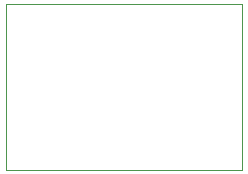
<source format=gm1>
G04 Layer_Color=16711935*
%FSLAX25Y25*%
%MOIN*%
G70*
G01*
G75*
%ADD31C,0.00050*%
D31*
X451626Y346382D02*
X459500D01*
X443752D02*
X459500D01*
X380760D02*
X459500D01*
X380760D02*
Y401500D01*
X459500Y346382D02*
Y401500D01*
X380760D02*
X459500D01*
M02*

</source>
